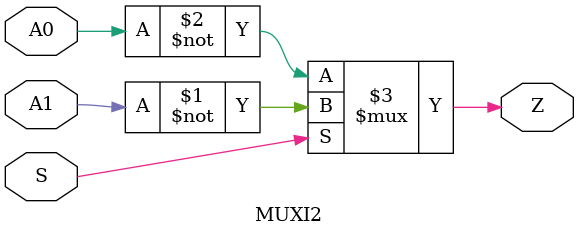
<source format=v>

`include "timescale.v"


`celldefine
module MUXI2 (Z, S, A1, A0);

    output              Z;
    input               S;
    input               A1;
    input               A0;

//  ------------    functional  ---------------------------------------

assign Z = (S)? ~A1: ~A0;

//  ------------    parameter   ---------------------------------------

//specify
//specparam

//endspecify
endmodule
`endcelldefine

</source>
